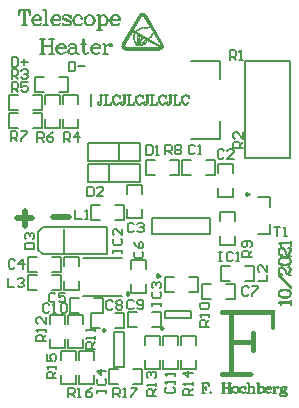
<source format=gto>
G04*
G04 #@! TF.GenerationSoftware,Altium Limited,Altium Designer,21.7.2 (23)*
G04*
G04 Layer_Color=65535*
%FSLAX25Y25*%
%MOIN*%
G70*
G04*
G04 #@! TF.SameCoordinates,A1ADA5E8-AEB3-433E-A02D-67FD1DACD288*
G04*
G04*
G04 #@! TF.FilePolarity,Positive*
G04*
G01*
G75*
%ADD10C,0.00984*%
%ADD11C,0.00787*%
%ADD12C,0.00600*%
%ADD13C,0.00800*%
%ADD14C,0.02000*%
G36*
X269190Y205464D02*
X269155Y205501D01*
X269116Y205548D01*
X269112Y205553D01*
X269104Y205565D01*
X269096Y205576D01*
X269088Y205588D01*
X269084Y205594D01*
X269078Y205603D01*
X269067Y205623D01*
X269055Y205643D01*
X269044Y205663D01*
X269039Y205673D01*
X269035Y205681D01*
X269028Y205697D01*
X269022Y205713D01*
X269015Y205729D01*
X269012Y205737D01*
X269010Y205745D01*
X269005Y205759D01*
X269001Y205773D01*
X268996Y205787D01*
X268994Y205794D01*
X268994Y205794D01*
X268982Y205844D01*
X268974Y205894D01*
X268969Y205945D01*
X268966Y205999D01*
X268967Y206049D01*
X268970Y206099D01*
X268976Y206151D01*
X268985Y206201D01*
X269000Y206257D01*
X269017Y206308D01*
X269020Y206316D01*
X269027Y206331D01*
X269033Y206346D01*
X269040Y206361D01*
X269043Y206368D01*
X269050Y206381D01*
X269065Y206406D01*
X269080Y206430D01*
X269095Y206454D01*
X269104Y206466D01*
X269108Y206471D01*
X269116Y206481D01*
X269125Y206492D01*
X269133Y206502D01*
X269137Y206507D01*
X269137Y206507D01*
X269177Y206549D01*
X269220Y206588D01*
X269262Y206622D01*
X269304Y206651D01*
X269349Y206677D01*
X269396Y206701D01*
X269446Y206721D01*
X269497Y206739D01*
X269545Y206754D01*
X269596Y206767D01*
X269648Y206778D01*
X269698Y206786D01*
X269749Y206793D01*
X269802Y206799D01*
X269857Y206804D01*
X269908Y206807D01*
X269960Y206808D01*
X270013Y206809D01*
X272174Y206809D01*
Y225841D01*
X270029D01*
X269974Y225842D01*
X269922Y225843D01*
X269871Y225846D01*
X269815Y225850D01*
X269762Y225855D01*
X269710Y225861D01*
X269660Y225869D01*
X269607Y225878D01*
X269556Y225890D01*
X269508Y225902D01*
X269457Y225918D01*
X269409Y225936D01*
X269360Y225957D01*
X269312Y225982D01*
X269269Y226008D01*
X269228Y226038D01*
X269186Y226076D01*
X269150Y226115D01*
X269146Y226120D01*
X269137Y226131D01*
X269128Y226142D01*
X269120Y226152D01*
X269115Y226158D01*
X269110Y226166D01*
X269099Y226182D01*
X269088Y226199D01*
X269077Y226215D01*
X269072Y226224D01*
X269066Y226234D01*
X269055Y226254D01*
X269044Y226275D01*
X269034Y226296D01*
X269030Y226307D01*
X269030D01*
X269027Y226314D01*
X269022Y226327D01*
X269017Y226341D01*
X269011Y226354D01*
X269009Y226361D01*
Y226361D01*
X268994Y226410D01*
X268983Y226460D01*
X268974Y226511D01*
X268969Y226565D01*
X268966Y226622D01*
X268967Y226673D01*
X268970Y226727D01*
X268978Y226782D01*
X268980Y226789D01*
X268983Y226804D01*
X268986Y226818D01*
X268989Y226833D01*
X268991Y226841D01*
X268992Y226847D01*
X268996Y226859D01*
X268999Y226872D01*
X269003Y226884D01*
X269005Y226890D01*
X269010Y226905D01*
X269021Y226933D01*
X269032Y226961D01*
X269045Y226988D01*
X269052Y227002D01*
X269056Y227008D01*
X269062Y227019D01*
X269069Y227031D01*
X269076Y227043D01*
X269079Y227049D01*
X269079Y227049D01*
X269108Y227092D01*
X269139Y227133D01*
X269174Y227172D01*
X269212Y227211D01*
X269250Y227246D01*
X269292Y227280D01*
X269335Y227307D01*
X269381Y227331D01*
X269428Y227351D01*
X269476Y227368D01*
X269527Y227383D01*
X269578Y227396D01*
X269627Y227406D01*
X269679Y227414D01*
X269729Y227421D01*
X269781Y227426D01*
X269836Y227431D01*
X269887Y227433D01*
X269944Y227436D01*
X269997Y227437D01*
X287589Y227437D01*
Y221948D01*
X287589Y221892D01*
X287587Y221840D01*
X287584Y221789D01*
X287580Y221733D01*
X287575Y221680D01*
X287568Y221628D01*
X287559Y221578D01*
X287549Y221525D01*
X287536Y221474D01*
X287522Y221426D01*
X287505Y221375D01*
X287486Y221327D01*
X287463Y221279D01*
X287436Y221231D01*
X287406Y221185D01*
X287374Y221145D01*
X287340Y221108D01*
X287303Y221073D01*
X287256Y221035D01*
X287250Y221030D01*
X287240Y221023D01*
X287228Y221015D01*
X287217Y221007D01*
X287212Y221003D01*
X287203Y220998D01*
X287187Y220988D01*
X287170Y220978D01*
X287153Y220969D01*
X287145Y220964D01*
X287145D01*
X287135Y220959D01*
X287113Y220949D01*
X287092Y220940D01*
X287071Y220932D01*
X287060Y220928D01*
X287053Y220926D01*
X287039Y220921D01*
X287026Y220917D01*
X287012Y220913D01*
X287005Y220911D01*
X287005Y220911D01*
X286957Y220900D01*
X286899Y220890D01*
X286849Y220886D01*
X286796Y220884D01*
X286741Y220885D01*
X286690Y220889D01*
X286634Y220897D01*
X286580Y220908D01*
X286572Y220910D01*
X286558Y220914D01*
X286544Y220918D01*
X286530Y220922D01*
X286523Y220924D01*
X286516Y220926D01*
X286504Y220930D01*
X286492Y220935D01*
X286480Y220939D01*
X286474Y220941D01*
X286456Y220949D01*
X286419Y220967D01*
X286384Y220986D01*
X286349Y221007D01*
X286332Y221018D01*
X286327Y221022D01*
X286317Y221029D01*
X286306Y221037D01*
X286296Y221045D01*
X286291Y221049D01*
X286291D01*
X286246Y221087D01*
X286206Y221128D01*
X286171Y221169D01*
X286140Y221212D01*
X286113Y221257D01*
X286089Y221304D01*
X286068Y221353D01*
X286050Y221400D01*
X286034Y221453D01*
X286021Y221503D01*
X286010Y221555D01*
X286000Y221609D01*
X285992Y221660D01*
X285986Y221713D01*
X285982Y221768D01*
X285979Y221819D01*
X285977Y221870D01*
X285976Y221924D01*
X285975Y225841D01*
X273769D01*
Y217541D01*
X279483D01*
Y219345D01*
X279484Y219400D01*
X279485Y219453D01*
X279488Y219504D01*
X279492Y219559D01*
X279498Y219613D01*
X279504Y219665D01*
X279513Y219715D01*
X279523Y219768D01*
X279536Y219819D01*
X279550Y219867D01*
X279567Y219918D01*
X279586Y219966D01*
X279609Y220014D01*
X279636Y220062D01*
X279666Y220108D01*
X279698Y220148D01*
X279736Y220188D01*
X279775Y220225D01*
X279781Y220229D01*
X279791Y220238D01*
X279802Y220247D01*
X279813Y220255D01*
X279819Y220259D01*
X279827Y220265D01*
X279843Y220276D01*
X279859Y220287D01*
X279876Y220298D01*
X279884Y220303D01*
X279894Y220309D01*
X279915Y220320D01*
X279936Y220331D01*
X279958Y220341D01*
X279968Y220346D01*
X279975Y220348D01*
X279989Y220354D01*
X280002Y220359D01*
X280015Y220364D01*
X280022Y220366D01*
X280022Y220366D01*
X280071Y220381D01*
X280121Y220392D01*
X280172Y220401D01*
X280226Y220406D01*
X280283Y220409D01*
X280337Y220408D01*
X280393Y220404D01*
X280449Y220396D01*
X280456Y220395D01*
X280470Y220392D01*
X280484Y220389D01*
X280498Y220386D01*
X280505Y220384D01*
X280511Y220382D01*
X280523Y220379D01*
X280535Y220375D01*
X280547Y220372D01*
X280553Y220370D01*
X280553D01*
X280572Y220363D01*
X280609Y220348D01*
X280645Y220332D01*
X280681Y220313D01*
X280698Y220303D01*
X280703Y220300D01*
X280714Y220293D01*
X280724Y220286D01*
X280735Y220279D01*
X280740Y220276D01*
X280740Y220276D01*
X280787Y220240D01*
X280829Y220203D01*
X280868Y220163D01*
X280901Y220124D01*
X280932Y220081D01*
X280959Y220036D01*
X280983Y219989D01*
X281005Y219939D01*
X281022Y219892D01*
X281038Y219840D01*
X281051Y219790D01*
X281063Y219738D01*
X281072Y219684D01*
X281080Y219632D01*
X281086Y219579D01*
X281090Y219525D01*
X281094Y219474D01*
X281096Y219422D01*
X281097Y219369D01*
X281097Y214141D01*
X281096Y214086D01*
X281095Y214034D01*
X281092Y213983D01*
X281088Y213927D01*
X281082Y213873D01*
X281075Y213822D01*
X281067Y213772D01*
X281056Y213719D01*
X281044Y213668D01*
X281030Y213619D01*
X281013Y213568D01*
X280994Y213520D01*
X280971Y213473D01*
X280944Y213424D01*
X280913Y213379D01*
X280881Y213338D01*
X280847Y213302D01*
X280811Y213267D01*
X280764Y213228D01*
X280758Y213224D01*
X280747Y213216D01*
X280736Y213208D01*
X280725Y213200D01*
X280719Y213197D01*
X280711Y213192D01*
X280695Y213182D01*
X280678Y213172D01*
X280661Y213162D01*
X280652Y213158D01*
X280642Y213153D01*
X280621Y213143D01*
X280600Y213134D01*
X280578Y213125D01*
X280568Y213121D01*
X280561Y213119D01*
X280547Y213115D01*
X280534Y213111D01*
X280520Y213106D01*
X280513Y213104D01*
X280513D01*
X280464Y213093D01*
X280406Y213084D01*
X280357Y213079D01*
X280303Y213077D01*
X280249Y213079D01*
X280198Y213083D01*
X280142Y213090D01*
X280087Y213101D01*
X280080Y213103D01*
X280066Y213107D01*
X280051Y213111D01*
X280037Y213115D01*
X280030Y213118D01*
X280024Y213120D01*
X280012Y213124D01*
X280000Y213128D01*
X279988Y213133D01*
X279982Y213135D01*
Y213135D01*
X279963Y213143D01*
X279927Y213160D01*
X279891Y213179D01*
X279857Y213200D01*
X279840Y213211D01*
X279835Y213215D01*
X279824Y213223D01*
X279814Y213231D01*
X279804Y213238D01*
X279799Y213242D01*
X279799Y213242D01*
X279754Y213281D01*
X279714Y213321D01*
X279678Y213363D01*
X279648Y213406D01*
X279621Y213451D01*
X279597Y213497D01*
X279575Y213547D01*
X279558Y213594D01*
X279542Y213646D01*
X279529Y213696D01*
X279517Y213748D01*
X279507Y213803D01*
X279500Y213854D01*
X279494Y213907D01*
X279489Y213962D01*
X279486Y214012D01*
X279484Y214064D01*
X279483Y214117D01*
X279483Y215945D01*
X273769D01*
Y206809D01*
X279236D01*
X279291Y206809D01*
X279344Y206807D01*
X279395Y206805D01*
X279450Y206800D01*
X279504Y206795D01*
X279556Y206788D01*
X279605Y206780D01*
X279659Y206769D01*
X279710Y206757D01*
X279758Y206743D01*
X279809Y206725D01*
X279857Y206706D01*
X279904Y206684D01*
X279953Y206657D01*
X279998Y206626D01*
X280039Y206594D01*
X280079Y206558D01*
X280114Y206523D01*
X280119Y206517D01*
X280129Y206506D01*
X280138Y206495D01*
X280147Y206484D01*
X280152Y206479D01*
X280163Y206464D01*
X280184Y206434D01*
X280203Y206402D01*
X280221Y206370D01*
X280229Y206353D01*
Y206353D01*
X280232Y206346D01*
X280238Y206333D01*
X280244Y206319D01*
X280249Y206306D01*
X280252Y206299D01*
X280252Y206299D01*
X280268Y206250D01*
X280282Y206194D01*
X280291Y206139D01*
X280297Y206086D01*
X280299Y206036D01*
X280299Y205981D01*
X280295Y205927D01*
X280289Y205874D01*
X280278Y205820D01*
X280276Y205813D01*
X280272Y205798D01*
X280268Y205783D01*
X280263Y205767D01*
X280261Y205760D01*
X280258Y205751D01*
X280252Y205734D01*
X280245Y205716D01*
X280238Y205699D01*
X280234Y205691D01*
X280231Y205683D01*
X280224Y205668D01*
X280216Y205652D01*
X280208Y205637D01*
X280204Y205630D01*
X280200Y205624D01*
X280192Y205611D01*
X280184Y205598D01*
X280176Y205586D01*
X280172Y205579D01*
X280172Y205579D01*
X280142Y205538D01*
X280110Y205500D01*
X280074Y205462D01*
X280032Y205424D01*
X279992Y205393D01*
X279946Y205363D01*
X279902Y205339D01*
X279854Y205316D01*
X279805Y205296D01*
X279754Y205279D01*
X279705Y205266D01*
X279654Y205253D01*
X279601Y205243D01*
X279551Y205235D01*
X279499Y205228D01*
X279445Y205223D01*
X279389Y205218D01*
X279338Y205216D01*
X279286Y205214D01*
X270029Y205214D01*
X269974Y205215D01*
X269922Y205216D01*
X269871Y205219D01*
X269815Y205223D01*
X269762Y205228D01*
X269710Y205235D01*
X269660Y205244D01*
X269607Y205254D01*
X269556Y205267D01*
X269508Y205281D01*
X269457Y205298D01*
X269409Y205317D01*
X269361Y205340D01*
X269313Y205367D01*
X269267Y205397D01*
X269227Y205430D01*
X269190Y205464D01*
D02*
G37*
G36*
X243562Y326554D02*
X243712Y326521D01*
X243878Y326471D01*
X244061Y326388D01*
X244245Y326288D01*
X244428Y326138D01*
X244445Y326121D01*
X244478Y326088D01*
X244528Y326021D01*
X244578Y325971D01*
X244595Y325954D01*
X244628Y325904D01*
X244678Y325821D01*
X244728Y325738D01*
X244745Y325688D01*
X250209Y316225D01*
X250226Y316208D01*
X250259Y316142D01*
X250292Y316042D01*
X250342Y315925D01*
X250376Y315758D01*
X250392Y315575D01*
Y315375D01*
X250359Y315159D01*
Y315142D01*
X250342Y315092D01*
X250326Y315025D01*
X250292Y314926D01*
Y314909D01*
X250259Y314859D01*
X250226Y314759D01*
Y314626D01*
X250159D01*
X250226Y314759D01*
X250209Y314742D01*
X250159Y314659D01*
X250093Y314559D01*
X249976Y314442D01*
X249843Y314309D01*
X249693Y314192D01*
X249493Y314076D01*
X249293Y313993D01*
X249259D01*
X249209Y313976D01*
X249126Y313959D01*
X249076Y313943D01*
X249060D01*
X249010Y313926D01*
X248943D01*
X248843Y313909D01*
X237781D01*
X237664Y313926D01*
X237514Y313959D01*
X237331Y314009D01*
X237148Y314092D01*
X236964Y314192D01*
X236781Y314326D01*
X236765Y314342D01*
X236715Y314392D01*
X236665Y314442D01*
X236614Y314509D01*
X236598Y314526D01*
X236564Y314559D01*
X236531Y314592D01*
X236515Y314609D01*
X236448D01*
Y314742D01*
X236431Y314759D01*
X236415Y314826D01*
X236365Y314926D01*
X236331Y315059D01*
X236298Y315209D01*
X236265Y315392D01*
Y315609D01*
X236298Y315825D01*
X236315Y315858D01*
X236331Y315908D01*
X236348Y315975D01*
X236365Y316025D01*
Y316042D01*
X236381Y316075D01*
X236415Y316142D01*
X236448Y316225D01*
Y316242D01*
X236465Y316275D01*
X236481Y316308D01*
Y316325D01*
X236498Y316342D01*
X236515Y316358D01*
Y316375D01*
X236531D01*
X241996Y325821D01*
Y325838D01*
X242029Y325854D01*
X242112Y325954D01*
X242179Y326004D01*
X242262Y326054D01*
X242362Y326088D01*
X242394Y326092D01*
X242412Y326138D01*
X242479Y326271D01*
X242529Y326338D01*
X242562Y326371D01*
X242579Y326388D01*
X242629Y326404D01*
X242695Y326437D01*
X242779Y326471D01*
X242895Y326504D01*
X243029Y326537D01*
X243179Y326571D01*
X243428D01*
X243562Y326554D01*
D02*
G37*
%LPC*%
G36*
X243145Y325455D02*
Y325271D01*
Y325255D01*
X243129Y325238D01*
X243095Y325221D01*
X243045Y325188D01*
X243012Y325171D01*
X242945Y325138D01*
X242962D01*
X242945Y325121D01*
X242929Y325105D01*
X242879Y325038D01*
X242829Y324955D01*
X240413Y320873D01*
X240979Y320540D01*
Y320556D01*
X240996Y320573D01*
X241063Y320640D01*
X241113Y320690D01*
X241179Y320740D01*
X241196Y320757D01*
X241246Y320806D01*
X241346Y320873D01*
X241463Y320956D01*
X241479Y320973D01*
X241546Y321006D01*
X241563D01*
X241579Y321023D01*
X241663Y321073D01*
X241696Y321090D01*
X241762Y321123D01*
X241829Y321173D01*
X241896Y321206D01*
X241912Y321223D01*
X241979Y321273D01*
X242079Y321323D01*
X242196Y321406D01*
X242329Y321490D01*
X242479Y321573D01*
X242645Y321656D01*
X242795Y321723D01*
X242812D01*
X242879Y321739D01*
X242962Y321773D01*
X243079Y321789D01*
X243229Y321806D01*
X243395Y321823D01*
X243578Y321839D01*
X244078D01*
X244128Y321823D01*
X244212D01*
X244395Y321806D01*
X244711D01*
X244795Y321823D01*
X244895Y321839D01*
X245011Y321856D01*
X245161Y321889D01*
X245311Y321923D01*
X245578Y322073D01*
X243878Y324888D01*
X243862Y324905D01*
X243828Y324955D01*
X243795Y325005D01*
X243778Y325055D01*
X243762Y325071D01*
X243678Y325138D01*
X243662Y325155D01*
X243612Y325205D01*
X243562Y325255D01*
X243528Y325271D01*
X243145Y325455D01*
D02*
G37*
G36*
X245694Y321756D02*
X245678Y321623D01*
X245211Y321373D01*
X245194D01*
X245178Y321356D01*
X245128Y321340D01*
X245061Y321306D01*
X244878Y321273D01*
X244645Y321240D01*
X244245D01*
X244012Y321256D01*
X243995Y321273D01*
X243962Y321290D01*
X243862Y321373D01*
X243712Y321506D01*
X243578Y321639D01*
X243562Y321623D01*
X243528Y321589D01*
X243478Y321523D01*
X243395Y321456D01*
X243212Y321290D01*
X243095Y321223D01*
X242979Y321173D01*
X242962D01*
X242929Y321156D01*
X242862Y321123D01*
X242762Y321090D01*
X242662Y321023D01*
X242529Y320956D01*
X242395Y320873D01*
X242246Y320757D01*
X242229Y320740D01*
X242179Y320707D01*
X242079Y320656D01*
X241946Y320573D01*
X241912Y320556D01*
X241862Y320523D01*
X241779Y320473D01*
X241762Y320457D01*
X241696Y320423D01*
X241613Y320373D01*
X241513Y320290D01*
X241496Y320273D01*
X241479D01*
X241445Y320262D01*
X245144Y318158D01*
X245161D01*
X245194Y318174D01*
X245244Y318208D01*
X245328Y318257D01*
X245428Y318341D01*
X245561Y318424D01*
X245694Y318557D01*
X245861Y318724D01*
X245878Y318741D01*
X245894Y318774D01*
X245977Y318857D01*
X245994Y318891D01*
X246061Y318957D01*
X246077Y318974D01*
X246094Y319024D01*
X246144Y319124D01*
X246177Y319190D01*
X246211Y319274D01*
Y319290D01*
X246227Y319307D01*
X246261Y319424D01*
X246327Y319557D01*
X246411Y319724D01*
X246427Y319757D01*
X246477Y319824D01*
X246544Y319907D01*
X246644Y320023D01*
X246660Y320040D01*
X246677Y320057D01*
X246710Y320073D01*
X246727Y320057D01*
X245694Y321756D01*
D02*
G37*
G36*
X242179Y318874D02*
X242162Y318841D01*
X242146Y318857D01*
X242129Y318841D01*
X242096Y318807D01*
X242079Y318757D01*
X242062Y318741D01*
X242046Y318641D01*
X242039Y318601D01*
X242046Y318607D01*
X242062Y318641D01*
X242112Y318707D01*
X242146Y318774D01*
X242179Y318841D01*
Y318874D01*
D02*
G37*
G36*
X242596Y318624D02*
X242579Y318607D01*
X242562D01*
X242629Y318541D01*
Y318574D01*
Y318591D01*
Y318607D01*
X242596Y318624D01*
D02*
G37*
G36*
X243245Y318259D02*
X243245Y318257D01*
X243262Y318224D01*
X243279Y318191D01*
Y318185D01*
X243312Y318208D01*
X243362Y318191D01*
X243245Y318259D01*
D02*
G37*
G36*
X242039Y318601D02*
X241996Y318557D01*
X241946Y318474D01*
X241929Y318424D01*
Y318407D01*
Y318374D01*
X241962Y318274D01*
X241979Y318191D01*
X242012Y318108D01*
Y318091D01*
X242029Y318041D01*
Y317941D01*
X242046Y317824D01*
X242062Y317758D01*
Y317741D01*
X242077Y317812D01*
X242062Y317891D01*
X242046Y317974D01*
X242029Y318041D01*
Y318108D01*
Y318124D01*
Y318158D01*
Y318274D01*
Y318291D01*
Y318324D01*
Y318441D01*
Y318474D01*
Y318541D01*
X242039Y318601D01*
D02*
G37*
G36*
X242629Y318541D02*
X242612Y318441D01*
Y318424D01*
Y318391D01*
Y318274D01*
Y318158D01*
Y318124D01*
Y318108D01*
Y318091D01*
Y318024D01*
Y317941D01*
X242629Y317874D01*
X242645Y317858D01*
X242662Y317774D01*
X242679Y317741D01*
Y317724D01*
X242684Y317709D01*
X242762Y317774D01*
X242862Y317841D01*
X242845D01*
X242812Y317858D01*
X242779Y317891D01*
X242762Y317941D01*
X242745Y317958D01*
X242712Y318008D01*
X242695Y318041D01*
X242679Y318108D01*
X242662Y318208D01*
X242645Y318341D01*
Y318357D01*
Y318424D01*
X242662Y318474D01*
X242679Y318491D01*
X242629Y318541D01*
D02*
G37*
G36*
X242096Y317874D02*
Y317858D01*
X242079Y317824D01*
X242077Y317812D01*
X242096Y317708D01*
Y317624D01*
Y317558D01*
Y317524D01*
X242079Y317458D01*
X242062Y317358D01*
Y317241D01*
X242046D01*
X242029Y317225D01*
X241966Y317209D01*
X242029Y317158D01*
X242096Y317058D01*
X242146Y316941D01*
X242129Y316991D01*
X242112Y317025D01*
Y317075D01*
X242096Y317158D01*
Y317258D01*
X242112Y317241D01*
X242162Y317208D01*
X242196Y317175D01*
X242229Y317125D01*
X242237D01*
X242262Y317175D01*
X242329Y317241D01*
X242312Y317258D01*
X242262Y317308D01*
X242212Y317391D01*
X242146Y317524D01*
Y317541D01*
X242162Y317558D01*
X242179Y317641D01*
Y317691D01*
Y317758D01*
X242146Y317808D01*
X242096Y317874D01*
D02*
G37*
G36*
X243745Y317908D02*
X243728Y317891D01*
X243678Y317841D01*
X243595Y317758D01*
X243445Y317641D01*
X243428D01*
X243412Y317608D01*
X243312Y317524D01*
X243179Y317391D01*
X243029Y317241D01*
X243012Y317225D01*
X242962Y317175D01*
X242895Y317091D01*
X242829Y316991D01*
X242745Y316891D01*
X242725Y316856D01*
X242729Y316858D01*
X242745Y316875D01*
X242829D01*
X242895Y316891D01*
X242945D01*
X243045Y316908D01*
X243362D01*
X243378Y316891D01*
X243439Y316879D01*
X243462Y316925D01*
X243512Y317008D01*
Y317025D01*
X243528Y317058D01*
X243595Y317158D01*
X243695Y317274D01*
X243828Y317408D01*
X243845Y317425D01*
X243878Y317458D01*
X243962Y317508D01*
X244028Y317558D01*
X244111Y317608D01*
X244128D01*
X244145Y317624D01*
X244212Y317658D01*
X244230D01*
X243745Y317908D01*
D02*
G37*
G36*
X244395Y316908D02*
Y316891D01*
X244411Y316875D01*
X244395Y316908D01*
D02*
G37*
G36*
X244328Y317075D02*
X244311D01*
Y317058D01*
X244295Y317041D01*
X244178Y316958D01*
X244162Y316941D01*
X244128Y316908D01*
X244107Y316880D01*
X244128Y316875D01*
X244262Y316858D01*
X244385Y316846D01*
X244395Y316875D01*
Y316891D01*
X244378Y316908D01*
X244361Y316941D01*
X244345Y316958D01*
X244311Y317008D01*
Y317058D01*
X244328Y317075D01*
D02*
G37*
G36*
X244061Y316891D02*
X243995D01*
X244012Y316875D01*
Y316858D01*
X244028D01*
X244012Y316775D01*
Y316741D01*
X244078Y316841D01*
X244107Y316880D01*
X244061Y316891D01*
D02*
G37*
G36*
X241113Y316758D02*
X241013D01*
X240979Y316741D01*
X241121D01*
X241113Y316758D01*
D02*
G37*
G36*
X243362Y316458D02*
X243345D01*
X243328Y316441D01*
X243362D01*
Y316458D01*
D02*
G37*
G36*
X240963Y319590D02*
Y319574D01*
Y319557D01*
X240946Y319507D01*
X240930Y319457D01*
X240896Y319374D01*
X240846Y319274D01*
X240796Y319157D01*
Y319140D01*
X240779Y319124D01*
X240729Y319024D01*
X240696Y318940D01*
X240680Y318907D01*
X240663Y318891D01*
Y318857D01*
Y318807D01*
Y318757D01*
Y318674D01*
X240680Y318574D01*
X240696Y318474D01*
X240729Y318341D01*
X240746Y318324D01*
X240763Y318274D01*
X240779Y318208D01*
X240796Y318124D01*
Y318108D01*
Y318074D01*
X240813Y317991D01*
X240829Y317924D01*
X240846Y317841D01*
X240863Y317724D01*
X240880Y317608D01*
Y317591D01*
Y317558D01*
X240896Y317508D01*
Y317441D01*
X240930Y317308D01*
X240946Y317175D01*
X240963Y317141D01*
X240979Y317075D01*
X241029Y316958D01*
X241096Y316808D01*
Y316791D01*
X241113Y316758D01*
X241196D01*
X241263Y316741D01*
X241346Y316708D01*
X241429Y316675D01*
X241529Y316608D01*
X241629Y316508D01*
X241677Y316441D01*
X241663Y316492D01*
X241629Y316625D01*
X241579Y316791D01*
Y316825D01*
X241563Y316858D01*
X241546Y316941D01*
X241529Y316975D01*
X241513Y317008D01*
X241496Y317058D01*
Y317075D01*
Y317091D01*
X241479Y317141D01*
Y317158D01*
Y317191D01*
Y317208D01*
Y317241D01*
Y317291D01*
Y317358D01*
X241496Y317508D01*
X241529Y317691D01*
Y317724D01*
X241513Y317758D01*
X241479Y317841D01*
Y317858D01*
X241463Y317924D01*
X241429Y318008D01*
X241413Y318108D01*
X241363Y318341D01*
X241346Y318441D01*
Y318524D01*
Y318557D01*
X241379Y318641D01*
X241446Y318757D01*
X241529Y318891D01*
Y318907D01*
X241546Y318924D01*
X241596Y318990D01*
X241646Y319057D01*
X241663Y319074D01*
X240963Y319590D01*
D02*
G37*
G36*
X243900Y316408D02*
X243862D01*
X243828Y316391D01*
X243812D01*
Y316375D01*
X243828Y316358D01*
X243845D01*
X243856Y316353D01*
X243845Y316342D01*
X243812D01*
X243778Y316358D01*
X243662D01*
X243678Y316342D01*
X243728Y316325D01*
X243778Y316292D01*
X243828Y316275D01*
X243845D01*
X243828Y316258D01*
Y316242D01*
X243845Y316258D01*
X243862Y316275D01*
X243845D01*
X243862Y316292D01*
X243878D01*
Y316308D01*
X243895Y316325D01*
Y316342D01*
X243878D01*
X243856Y316353D01*
X243895Y316391D01*
X243900Y316408D01*
D02*
G37*
G36*
X244461Y316292D02*
X244445D01*
Y316289D01*
X244461Y316292D01*
D02*
G37*
G36*
X241677Y316441D02*
X241696Y316375D01*
X241712Y316308D01*
X241729Y316258D01*
Y316208D01*
Y316192D01*
X241696Y316125D01*
X241663Y316075D01*
X241613Y316025D01*
X241596Y316008D01*
X241646D01*
X241746Y316025D01*
X241896D01*
Y316042D01*
X241879Y316075D01*
Y316092D01*
X241846Y316175D01*
X241796Y316258D01*
X241762Y316325D01*
X241746Y316342D01*
X241729Y316375D01*
X241712Y316391D01*
X241677Y316441D01*
D02*
G37*
G36*
X243245Y316458D02*
X243129D01*
X243079Y316441D01*
X242995D01*
X242945Y316425D01*
X242929D01*
X242895Y316408D01*
X242862D01*
X242845Y316391D01*
X242795D01*
X242762Y316375D01*
X242679Y316308D01*
Y316292D01*
X242662Y316275D01*
X242645Y316208D01*
X242629Y316175D01*
X242612Y316125D01*
Y316108D01*
X242629Y316075D01*
X242662Y316042D01*
X242695Y315992D01*
X242879D01*
X242912Y316008D01*
X242929D01*
X242945Y316025D01*
X242979Y316058D01*
X242995Y316075D01*
X243045Y316108D01*
X243112Y316175D01*
X243195Y316292D01*
Y316308D01*
X243212Y316325D01*
X243279Y316391D01*
X243328Y316441D01*
X243245Y316458D01*
D02*
G37*
G36*
X241113Y316641D02*
X241079Y316575D01*
X241063Y316508D01*
Y316391D01*
X241096Y316325D01*
X241113Y316292D01*
X241129D01*
X241196Y316275D01*
X241246Y316225D01*
X241279Y316175D01*
X241296Y316158D01*
X241313Y316108D01*
X241329Y316092D01*
X241346Y316075D01*
X241363Y316058D01*
X241396Y315975D01*
X241413Y315958D01*
Y315942D01*
Y315925D01*
Y315892D01*
X241396Y315875D01*
Y315858D01*
Y315808D01*
Y315792D01*
X241413Y315892D01*
X241446Y315942D01*
X241479Y315958D01*
X241496D01*
X241463Y315975D01*
X241429Y316008D01*
X241413Y316025D01*
X241396Y316042D01*
X241379Y316075D01*
X241346Y316125D01*
X241296Y316275D01*
X241279Y316325D01*
X241263Y316391D01*
X241246Y316425D01*
Y316441D01*
X241113Y316641D01*
D02*
G37*
G36*
X246975Y319527D02*
X246960Y319507D01*
X246894Y319424D01*
X246860Y319357D01*
X246827Y319257D01*
X246761Y319140D01*
Y319124D01*
X246744Y319091D01*
X246727Y319024D01*
X246694Y318940D01*
X246627Y318791D01*
X246594Y318707D01*
X246544Y318641D01*
Y318624D01*
X246511Y318591D01*
X246427Y318474D01*
X246411Y318457D01*
X246377Y318424D01*
X246277Y318307D01*
X246261Y318291D01*
X246211Y318241D01*
X246127Y318174D01*
X246011Y318091D01*
X245894Y318008D01*
X245778Y317924D01*
X245661Y317874D01*
X245544Y317841D01*
X249110Y315787D01*
Y315808D01*
Y315825D01*
Y315842D01*
X249093Y315858D01*
X249060Y315925D01*
X249010Y316025D01*
X248993D01*
X246975Y319527D01*
D02*
G37*
G36*
X239997Y320107D02*
X237647Y315975D01*
Y315958D01*
X237631Y315925D01*
X237614Y315875D01*
X237597Y315867D01*
Y315858D01*
X237581Y315825D01*
X237564Y315758D01*
Y315725D01*
X237547Y315658D01*
X237564Y315575D01*
X237581Y315492D01*
X237597D01*
X237614Y315475D01*
X237631Y315409D01*
X237681Y315359D01*
X237714Y315309D01*
Y315292D01*
X237747Y315259D01*
X237781Y315242D01*
X237864Y315192D01*
X237981Y315125D01*
X238131Y315109D01*
X248626D01*
X248647Y315115D01*
X244828Y317282D01*
Y317274D01*
X244845Y317258D01*
X244861Y317225D01*
X244911Y317141D01*
X244961Y317025D01*
X244978Y316875D01*
Y316858D01*
X244961Y316791D01*
X244945Y316708D01*
X244911Y316592D01*
X244895Y316575D01*
X244861Y316492D01*
X244828Y316458D01*
X244795Y316425D01*
X244728Y316391D01*
X244661Y316358D01*
X244561Y316308D01*
X244461Y316292D01*
Y316258D01*
Y316225D01*
X244445Y316175D01*
Y316142D01*
X244428Y316108D01*
X244395Y316042D01*
Y316025D01*
X244378Y316008D01*
X244328Y315942D01*
X244311D01*
X244262Y315925D01*
X244212Y315908D01*
X244145Y315875D01*
X244078Y315858D01*
X244012Y315842D01*
X243978Y315825D01*
X243962D01*
X243978Y315808D01*
X243995Y315758D01*
X243978Y315742D01*
X243945Y315725D01*
X243878Y315708D01*
X243745D01*
X243662Y315725D01*
X243562Y315758D01*
X243528Y315792D01*
X243512Y315825D01*
Y315808D01*
X243478Y315758D01*
X243428Y315692D01*
X243345Y315609D01*
X243328D01*
X243295Y315575D01*
X243229Y315542D01*
X243145Y315492D01*
X243129D01*
X243079Y315459D01*
X243012Y315442D01*
X242945Y315425D01*
X242612D01*
X242512Y315459D01*
X242395Y315509D01*
X242279Y315592D01*
X242262Y315609D01*
X242246Y315642D01*
X242196Y315692D01*
X242153Y315763D01*
X242079Y315675D01*
X241979Y315575D01*
X241962Y315559D01*
X241912Y315525D01*
X241829Y315492D01*
X241746Y315442D01*
X241729D01*
X241663Y315425D01*
X241563Y315409D01*
X241446Y315392D01*
X241396D01*
X241346Y315409D01*
X241296Y315425D01*
X241146Y315492D01*
X241063Y315559D01*
X240996Y315625D01*
Y315642D01*
X240963Y315658D01*
X240930Y315708D01*
X240896Y315775D01*
X240846Y315875D01*
X240796Y315992D01*
X240729Y316125D01*
X240680Y316275D01*
Y316292D01*
Y316308D01*
X240663Y316325D01*
Y316342D01*
Y316358D01*
X240646Y316391D01*
X240613Y316492D01*
X240580Y316558D01*
X240546Y316641D01*
Y316658D01*
X240530Y316691D01*
X240480Y316791D01*
X240430Y316908D01*
X240396Y317041D01*
Y317058D01*
X240363Y317141D01*
X240346Y317191D01*
Y317274D01*
X240330Y317374D01*
X240313Y317491D01*
Y317508D01*
Y317558D01*
X240296Y317624D01*
X240280Y317691D01*
X240263Y317874D01*
X240246Y317958D01*
X240230Y318024D01*
X240213D01*
Y318041D01*
Y318057D01*
X240196Y318124D01*
Y318158D01*
X240180Y318224D01*
X240146Y318324D01*
X240130Y318457D01*
X240080Y318741D01*
Y318874D01*
X240096Y318974D01*
X240113Y319007D01*
X240130Y319074D01*
X240180Y319174D01*
X240246Y319290D01*
Y319307D01*
X240280Y319357D01*
X240296Y319424D01*
X240330Y319507D01*
X240396Y319674D01*
X240413Y319740D01*
X240430Y319790D01*
X239997Y320107D01*
D02*
G37*
%LPD*%
D10*
X250238Y221450D02*
X249500Y221876D01*
Y221024D01*
X250238Y221450D01*
X278679Y266121D02*
X277941Y266547D01*
Y265695D01*
X278679Y266121D01*
X248976Y238954D02*
X248238Y239380D01*
Y238528D01*
X248976Y238954D01*
X238760Y232988D02*
X238022Y233414D01*
Y232562D01*
X238760Y232988D01*
X230962Y220877D02*
X230223Y221303D01*
Y220450D01*
X230962Y220877D01*
D11*
X250785Y233376D02*
Y238376D01*
X253785D01*
X250785Y233376D02*
X253785D01*
X258785Y238376D02*
X261785D01*
X258785Y233376D02*
X261785D01*
Y238376D01*
X216916Y288176D02*
X221916D01*
X216916D02*
Y291176D01*
X221916Y288176D02*
Y291176D01*
X216916Y296176D02*
Y299176D01*
X221916Y296176D02*
Y299176D01*
X216916D02*
X221916D01*
X198804Y288167D02*
Y293167D01*
X201804D01*
X198804Y288167D02*
X201804D01*
X206804Y293167D02*
X209805D01*
X206804Y288167D02*
X209805D01*
Y293167D01*
X218431Y300122D02*
Y305122D01*
X215431Y300122D02*
X218431D01*
X215431Y305122D02*
X218431D01*
X207431Y300122D02*
X210431D01*
X207431Y305122D02*
X210431D01*
X207431Y300122D02*
Y305122D01*
X210901Y288068D02*
X215901D01*
X210901D02*
Y291068D01*
X215901Y288068D02*
Y291068D01*
X210901Y296068D02*
Y299068D01*
X215901Y296068D02*
Y299068D01*
X210901D02*
X215901D01*
X198949Y294112D02*
Y299112D01*
X201949D01*
X198949Y294112D02*
X201949D01*
X206949Y299112D02*
X209949D01*
X206949Y294112D02*
X209949D01*
Y299112D01*
X250927Y224698D02*
X259588D01*
X250927Y227060D02*
X259588D01*
X250927Y224698D02*
Y227060D01*
X259588Y224698D02*
Y227060D01*
X285687Y252932D02*
Y256278D01*
X281750Y252932D02*
X285687D01*
Y261790D02*
Y265137D01*
X281750D02*
X285687D01*
X226000Y257500D02*
Y262500D01*
X229000D01*
X226000Y257500D02*
X229000D01*
X234000Y262500D02*
X237000D01*
X234000Y257500D02*
X237000D01*
Y262500D01*
X246329Y252809D02*
X265640D01*
Y258155D01*
X246329D02*
X265640D01*
X246329Y252809D02*
Y258155D01*
X205000Y234000D02*
Y239000D01*
X208000D01*
X205000Y234000D02*
X208000D01*
X213000Y239000D02*
X216000D01*
X213000Y234000D02*
X216000D01*
Y239000D01*
X205000Y245000D02*
X208000D01*
X205000Y240000D02*
Y245000D01*
Y240000D02*
X208000D01*
X213000D02*
X216000D01*
Y245000D01*
X213000D02*
X216000D01*
X269500Y237000D02*
Y242000D01*
X272500D01*
X269500Y237000D02*
X272500D01*
X277500Y242000D02*
X280500D01*
X277500Y237000D02*
X280500D01*
Y242000D01*
X271000Y231000D02*
X274000D01*
Y236000D01*
X271000D02*
X274000D01*
X263000D02*
X266000D01*
X263000Y231000D02*
Y236000D01*
Y231000D02*
X266000D01*
X226000Y221500D02*
Y226500D01*
X229000D01*
X226000Y221500D02*
X229000D01*
X234000Y226500D02*
X237000D01*
X234000Y221500D02*
X237000D01*
Y226500D01*
X269000Y249000D02*
X274000D01*
X269000D02*
Y252000D01*
X274000Y249000D02*
Y252000D01*
X269000Y257000D02*
Y260000D01*
X274000Y257000D02*
Y260000D01*
X269000D02*
X274000D01*
X292500Y278000D02*
Y310500D01*
X277500D02*
X292500D01*
X277500Y278000D02*
Y310500D01*
Y278000D02*
X292500D01*
X268500Y265000D02*
Y268000D01*
Y265000D02*
X273500D01*
Y268000D01*
Y273000D02*
Y276000D01*
X268500D02*
X273500D01*
X268500Y273000D02*
Y276000D01*
X256484Y277482D02*
X259484D01*
X256484Y272482D02*
Y277482D01*
Y272482D02*
X259484D01*
X264484D02*
X267484D01*
Y277482D01*
X264484D02*
X267484D01*
X243000Y266000D02*
Y269000D01*
X238000D02*
X243000D01*
X238000Y266000D02*
Y269000D01*
Y258000D02*
Y261000D01*
Y258000D02*
X243000D01*
Y261000D01*
X244484Y272482D02*
Y277482D01*
X247484D01*
X244484Y272482D02*
X247484D01*
X252484Y277482D02*
X255484D01*
X252484Y272482D02*
X255484D01*
Y277482D01*
X232000Y270000D02*
Y276000D01*
X225000Y270000D02*
X242500D01*
Y276000D01*
X225000D02*
X242500D01*
X225000Y270000D02*
Y276000D01*
X235500Y277000D02*
Y283000D01*
X225000D02*
X242500D01*
X225000Y277000D02*
Y283000D01*
Y277000D02*
X242500D01*
Y283000D01*
X259598Y310492D02*
X269047D01*
Y304587D02*
Y310492D01*
X226134Y295532D02*
Y299468D01*
X259598Y284508D02*
X269047D01*
Y290413D01*
X239500Y233000D02*
Y236000D01*
Y233000D02*
X244500D01*
Y236000D01*
Y241000D02*
Y244000D01*
X239500D02*
X244500D01*
X239500Y241000D02*
Y244000D01*
X223583Y244799D02*
X236417D01*
X223583Y232201D02*
X236417D01*
X219000Y231500D02*
X222000D01*
X219000Y226500D02*
Y231500D01*
Y226500D02*
X222000D01*
X227000D02*
X230000D01*
Y231500D01*
X227000D02*
X230000D01*
X246500Y221700D02*
X249500D01*
Y226699D01*
X246500D02*
X249500D01*
X238500D02*
X241500D01*
X238500Y221700D02*
Y226699D01*
Y221700D02*
X241500D01*
X210110Y246000D02*
X226000D01*
X208500Y247610D02*
X210110Y246000D01*
X208500Y247610D02*
Y253390D01*
X210110Y255000D02*
X225000D01*
X208500Y253390D02*
X210110Y255000D01*
X225000Y246000D02*
X231500D01*
X225000Y255000D02*
X231500D01*
Y246200D02*
Y254800D01*
X217000Y246500D02*
Y254500D01*
X244000Y207699D02*
X249000D01*
X244000D02*
Y210700D01*
X249000Y207699D02*
Y210700D01*
X244000Y215700D02*
Y218700D01*
X249000Y215700D02*
Y218700D01*
X244000D02*
X249000D01*
X255000Y215700D02*
Y218700D01*
X250000D02*
X255000D01*
X250000Y215700D02*
Y218700D01*
Y207699D02*
Y210700D01*
Y207699D02*
X255000D01*
Y210700D01*
X256000Y207699D02*
X261000D01*
X256000D02*
Y210700D01*
X261000Y207699D02*
Y210700D01*
X256000Y215700D02*
Y218700D01*
X261000Y215700D02*
Y218700D01*
X256000D02*
X261000D01*
X223500Y222699D02*
Y225699D01*
X218500D02*
X223500D01*
X218500Y222699D02*
Y225699D01*
Y214700D02*
Y217700D01*
Y214700D02*
X223500D01*
Y217700D01*
X212500Y214700D02*
X217500D01*
X212500D02*
Y217700D01*
X217500Y214700D02*
Y217700D01*
X212500Y222699D02*
Y225699D01*
X217500Y222699D02*
Y225699D01*
X212500D02*
X217500D01*
X233698Y220282D02*
X237241D01*
X233698Y208471D02*
X237241D01*
X233698D02*
Y220282D01*
X237241Y208471D02*
Y220282D01*
X232000Y202699D02*
Y207699D01*
X235000D01*
X232000Y202699D02*
X235000D01*
X240000Y207699D02*
X243000D01*
X240000Y202699D02*
X243000D01*
Y207699D01*
X222000Y202699D02*
X227000D01*
X222000D02*
Y205699D01*
X227000Y202699D02*
Y205699D01*
X222000Y210700D02*
Y213700D01*
X227000Y210700D02*
Y213700D01*
X222000D02*
X227000D01*
X216000D02*
X221000D01*
Y210700D02*
Y213700D01*
X216000Y210700D02*
Y213700D01*
X221000Y202699D02*
Y205699D01*
X216000Y202699D02*
Y205699D01*
Y202699D02*
X221000D01*
X222000Y242000D02*
Y245000D01*
X217000D02*
X222000D01*
X217000Y242000D02*
Y245000D01*
Y234000D02*
Y237000D01*
Y234000D02*
X222000D01*
Y237000D01*
D12*
X229628Y299116D02*
Y296526D01*
X229476Y296069D01*
X229171Y295917D01*
X228867D01*
X228562Y296069D01*
X228410Y296374D01*
Y296678D01*
X228562Y296831D01*
X228714Y296678D01*
X228562Y296526D01*
X229476Y299116D02*
Y296526D01*
X229324Y296069D01*
X229171Y295917D01*
X229019Y299116D02*
X230085D01*
X231061D02*
Y295917D01*
X231213Y299116D02*
Y295917D01*
X230603Y299116D02*
X231670D01*
X230603Y295917D02*
X232889D01*
Y296831D01*
X232736Y295917D01*
X235479Y298659D02*
X235631Y298202D01*
Y299116D01*
X235479Y298659D01*
X235174Y298964D01*
X234717Y299116D01*
X234412D01*
X233955Y298964D01*
X233650Y298659D01*
X233498Y298354D01*
X233346Y297897D01*
Y297135D01*
X233498Y296678D01*
X233650Y296374D01*
X233955Y296069D01*
X234412Y295917D01*
X234717D01*
X235174Y296069D01*
X235479Y296374D01*
X235631Y296678D01*
X234412Y299116D02*
X234107Y298964D01*
X233803Y298659D01*
X233650Y298354D01*
X233498Y297897D01*
Y297135D01*
X233650Y296678D01*
X233803Y296374D01*
X234107Y296069D01*
X234412Y295917D01*
X237307Y299116D02*
Y296526D01*
X237154Y296069D01*
X236850Y295917D01*
X236545D01*
X236240Y296069D01*
X236088Y296374D01*
Y296678D01*
X236240Y296831D01*
X236393Y296678D01*
X236240Y296526D01*
X237154Y299116D02*
Y296526D01*
X237002Y296069D01*
X236850Y295917D01*
X236697Y299116D02*
X237764D01*
X238739D02*
Y295917D01*
X238891Y299116D02*
Y295917D01*
X238282Y299116D02*
X239348D01*
X238282Y295917D02*
X240567D01*
Y296831D01*
X240415Y295917D01*
X243157Y298659D02*
X243309Y298202D01*
Y299116D01*
X243157Y298659D01*
X242852Y298964D01*
X242395Y299116D01*
X242091D01*
X241633Y298964D01*
X241329Y298659D01*
X241176Y298354D01*
X241024Y297897D01*
Y297135D01*
X241176Y296678D01*
X241329Y296374D01*
X241633Y296069D01*
X242091Y295917D01*
X242395D01*
X242852Y296069D01*
X243157Y296374D01*
X243309Y296678D01*
X242091Y299116D02*
X241786Y298964D01*
X241481Y298659D01*
X241329Y298354D01*
X241176Y297897D01*
Y297135D01*
X241329Y296678D01*
X241481Y296374D01*
X241786Y296069D01*
X242091Y295917D01*
X244985Y299116D02*
Y296526D01*
X244833Y296069D01*
X244528Y295917D01*
X244223D01*
X243919Y296069D01*
X243766Y296374D01*
Y296678D01*
X243919Y296831D01*
X244071Y296678D01*
X243919Y296526D01*
X244833Y299116D02*
Y296526D01*
X244680Y296069D01*
X244528Y295917D01*
X244376Y299116D02*
X245442D01*
X246417D02*
Y295917D01*
X246569Y299116D02*
Y295917D01*
X245960Y299116D02*
X247027D01*
X245960Y295917D02*
X248245D01*
Y296831D01*
X248093Y295917D01*
X250835Y298659D02*
X250988Y298202D01*
Y299116D01*
X250835Y298659D01*
X250531Y298964D01*
X250074Y299116D01*
X249769D01*
X249312Y298964D01*
X249007Y298659D01*
X248855Y298354D01*
X248702Y297897D01*
Y297135D01*
X248855Y296678D01*
X249007Y296374D01*
X249312Y296069D01*
X249769Y295917D01*
X250074D01*
X250531Y296069D01*
X250835Y296374D01*
X250988Y296678D01*
X249769Y299116D02*
X249464Y298964D01*
X249160Y298659D01*
X249007Y298354D01*
X248855Y297897D01*
Y297135D01*
X249007Y296678D01*
X249160Y296374D01*
X249464Y296069D01*
X249769Y295917D01*
X252663Y299116D02*
Y296526D01*
X252511Y296069D01*
X252206Y295917D01*
X251902D01*
X251597Y296069D01*
X251445Y296374D01*
Y296678D01*
X251597Y296831D01*
X251749Y296678D01*
X251597Y296526D01*
X252511Y299116D02*
Y296526D01*
X252359Y296069D01*
X252206Y295917D01*
X252054Y299116D02*
X253120D01*
X254096D02*
Y295917D01*
X254248Y299116D02*
Y295917D01*
X253639Y299116D02*
X254705D01*
X253639Y295917D02*
X255924D01*
Y296831D01*
X255771Y295917D01*
X258514Y298659D02*
X258666Y298202D01*
Y299116D01*
X258514Y298659D01*
X258209Y298964D01*
X257752Y299116D01*
X257447D01*
X256990Y298964D01*
X256685Y298659D01*
X256533Y298354D01*
X256381Y297897D01*
Y297135D01*
X256533Y296678D01*
X256685Y296374D01*
X256990Y296069D01*
X257447Y295917D01*
X257752D01*
X258209Y296069D01*
X258514Y296374D01*
X258666Y296678D01*
X257447Y299116D02*
X257142Y298964D01*
X256838Y298659D01*
X256685Y298354D01*
X256533Y297897D01*
Y297135D01*
X256685Y296678D01*
X256838Y296374D01*
X257142Y296069D01*
X257447Y295917D01*
X263451Y203028D02*
Y199829D01*
X263603Y203028D02*
Y199829D01*
X264517Y202114D02*
Y200895D01*
X262994Y203028D02*
X265432D01*
Y202114D01*
X265279Y203028D01*
X263603Y201505D02*
X264517D01*
X262994Y199829D02*
X264060D01*
X266026Y200134D02*
X265874Y199981D01*
X266026Y199829D01*
X266178Y199981D01*
X266026Y200134D01*
X270170Y203028D02*
Y199829D01*
X270322Y203028D02*
Y199829D01*
X272150Y203028D02*
Y199829D01*
X272303Y203028D02*
Y199829D01*
X269713Y203028D02*
X270779D01*
X271693D02*
X272760D01*
X270322Y201505D02*
X272150D01*
X269713Y199829D02*
X270779D01*
X271693D02*
X272760D01*
X274055Y201962D02*
X273598Y201809D01*
X273293Y201505D01*
X273141Y201048D01*
Y200743D01*
X273293Y200286D01*
X273598Y199981D01*
X274055Y199829D01*
X274359D01*
X274816Y199981D01*
X275121Y200286D01*
X275273Y200743D01*
Y201048D01*
X275121Y201505D01*
X274816Y201809D01*
X274359Y201962D01*
X274055D01*
X273750Y201809D01*
X273445Y201505D01*
X273293Y201048D01*
Y200743D01*
X273445Y200286D01*
X273750Y199981D01*
X274055Y199829D01*
X274359D02*
X274664Y199981D01*
X274969Y200286D01*
X275121Y200743D01*
Y201048D01*
X274969Y201505D01*
X274664Y201809D01*
X274359Y201962D01*
X277574Y201505D02*
X277421Y201352D01*
X277574Y201200D01*
X277726Y201352D01*
Y201505D01*
X277421Y201809D01*
X277117Y201962D01*
X276660D01*
X276203Y201809D01*
X275898Y201505D01*
X275746Y201048D01*
Y200743D01*
X275898Y200286D01*
X276203Y199981D01*
X276660Y199829D01*
X276964D01*
X277421Y199981D01*
X277726Y200286D01*
X276660Y201962D02*
X276355Y201809D01*
X276050Y201505D01*
X275898Y201048D01*
Y200743D01*
X276050Y200286D01*
X276355Y199981D01*
X276660Y199829D01*
X278671Y203028D02*
Y199829D01*
X278823Y203028D02*
Y199829D01*
Y201505D02*
X279128Y201809D01*
X279585Y201962D01*
X279889D01*
X280346Y201809D01*
X280499Y201505D01*
Y199829D01*
X279889Y201962D02*
X280194Y201809D01*
X280346Y201505D01*
Y199829D01*
X278214Y203028D02*
X278823D01*
X278214Y199829D02*
X279280D01*
X279889D02*
X280956D01*
X281824Y203028D02*
Y199829D01*
X281977Y203028D02*
Y199829D01*
Y201505D02*
X282281Y201809D01*
X282586Y201962D01*
X282891D01*
X283348Y201809D01*
X283652Y201505D01*
X283805Y201048D01*
Y200743D01*
X283652Y200286D01*
X283348Y199981D01*
X282891Y199829D01*
X282586D01*
X282281Y199981D01*
X281977Y200286D01*
X282891Y201962D02*
X283195Y201809D01*
X283500Y201505D01*
X283652Y201048D01*
Y200743D01*
X283500Y200286D01*
X283195Y199981D01*
X282891Y199829D01*
X281367Y203028D02*
X281977D01*
X284399Y201048D02*
X286227D01*
Y201352D01*
X286075Y201657D01*
X285923Y201809D01*
X285618Y201962D01*
X285161D01*
X284704Y201809D01*
X284399Y201505D01*
X284247Y201048D01*
Y200743D01*
X284399Y200286D01*
X284704Y199981D01*
X285161Y199829D01*
X285465D01*
X285923Y199981D01*
X286227Y200286D01*
X286075Y201048D02*
Y201505D01*
X285923Y201809D01*
X285161Y201962D02*
X284856Y201809D01*
X284551Y201505D01*
X284399Y201048D01*
Y200743D01*
X284551Y200286D01*
X284856Y199981D01*
X285161Y199829D01*
X287172Y201962D02*
Y199829D01*
X287324Y201962D02*
Y199829D01*
Y201048D02*
X287476Y201505D01*
X287781Y201809D01*
X288086Y201962D01*
X288543D01*
X288695Y201809D01*
Y201657D01*
X288543Y201505D01*
X288390Y201657D01*
X288543Y201809D01*
X286715Y201962D02*
X287324D01*
X286715Y199829D02*
X287781D01*
X290097Y201962D02*
X289792Y201809D01*
X289640Y201657D01*
X289487Y201352D01*
Y201048D01*
X289640Y200743D01*
X289792Y200591D01*
X290097Y200438D01*
X290402D01*
X290706Y200591D01*
X290859Y200743D01*
X291011Y201048D01*
Y201352D01*
X290859Y201657D01*
X290706Y201809D01*
X290402Y201962D01*
X290097D01*
X289792Y201809D02*
X289640Y201505D01*
Y200895D01*
X289792Y200591D01*
X290706D02*
X290859Y200895D01*
Y201505D01*
X290706Y201809D01*
X290859Y201657D02*
X291011Y201809D01*
X291316Y201962D01*
Y201809D01*
X291011D01*
X289640Y200743D02*
X289487Y200591D01*
X289335Y200286D01*
Y200134D01*
X289487Y199829D01*
X289945Y199677D01*
X290706D01*
X291163Y199524D01*
X291316Y199372D01*
X289335Y200134D02*
X289487Y199981D01*
X289945Y199829D01*
X290706D01*
X291163Y199677D01*
X291316Y199372D01*
Y199220D01*
X291163Y198915D01*
X290706Y198763D01*
X289792D01*
X289335Y198915D01*
X289183Y199220D01*
Y199372D01*
X289335Y199677D01*
X289792Y199829D01*
X217150Y283448D02*
Y286647D01*
X218750D01*
X219283Y286114D01*
Y285047D01*
X218750Y284514D01*
X217150D01*
X218217D02*
X219283Y283448D01*
X221949D02*
Y286647D01*
X220349Y285047D01*
X222482D01*
X199473Y283820D02*
Y287019D01*
X201073D01*
X201606Y286486D01*
Y285420D01*
X201073Y284886D01*
X199473D01*
X200540D02*
X201606Y283820D01*
X202672Y287019D02*
X204805D01*
Y286486D01*
X202672Y284353D01*
Y283820D01*
X199650Y304448D02*
Y307647D01*
X201249D01*
X201782Y307114D01*
Y306048D01*
X201249Y305514D01*
X199650D01*
X200716D02*
X201782Y304448D01*
X202849Y307114D02*
X203382Y307647D01*
X204448D01*
X204981Y307114D01*
Y306581D01*
X204448Y306048D01*
X203915D01*
X204448D01*
X204981Y305514D01*
Y304981D01*
X204448Y304448D01*
X203382D01*
X202849Y304981D01*
X208266Y283634D02*
Y286833D01*
X209866D01*
X210399Y286300D01*
Y285233D01*
X209866Y284700D01*
X208266D01*
X209332D02*
X210399Y283634D01*
X213598Y286833D02*
X212531Y286300D01*
X211465Y285233D01*
Y284167D01*
X211998Y283634D01*
X213065D01*
X213598Y284167D01*
Y284700D01*
X213065Y285233D01*
X211465D01*
X199705Y300153D02*
Y303352D01*
X201304D01*
X201837Y302819D01*
Y301753D01*
X201304Y301219D01*
X199705D01*
X200771D02*
X201837Y300153D01*
X205036Y303352D02*
X202904D01*
Y301753D01*
X203970Y302286D01*
X204503D01*
X205036Y301753D01*
Y300686D01*
X204503Y300153D01*
X203437D01*
X202904Y300686D01*
X265575Y221953D02*
X262376D01*
Y223552D01*
X262909Y224085D01*
X263976D01*
X264509Y223552D01*
Y221953D01*
Y223019D02*
X265575Y224085D01*
Y225152D02*
Y226218D01*
Y225685D01*
X262376D01*
X262909Y225152D01*
Y227817D02*
X262376Y228350D01*
Y229417D01*
X262909Y229950D01*
X265042D01*
X265575Y229417D01*
Y228350D01*
X265042Y227817D01*
X262909D01*
X218719Y310260D02*
Y307061D01*
X220319D01*
X220852Y307595D01*
Y309727D01*
X220319Y310260D01*
X218719D01*
X221918Y308661D02*
X224051D01*
X199659Y311727D02*
Y308528D01*
X201258D01*
X201792Y309061D01*
Y311193D01*
X201258Y311727D01*
X199659D01*
X202858Y310127D02*
X204991D01*
X203924Y311193D02*
Y309061D01*
X220949Y260863D02*
Y257664D01*
X223082D01*
X224148D02*
X225215D01*
X224681D01*
Y260863D01*
X224148Y260330D01*
X198473Y238188D02*
Y234989D01*
X200606D01*
X201672Y237655D02*
X202205Y238188D01*
X203272D01*
X203805Y237655D01*
Y237122D01*
X203272Y236589D01*
X202738D01*
X203272D01*
X203805Y236055D01*
Y235522D01*
X203272Y234989D01*
X202205D01*
X201672Y235522D01*
X227600Y214534D02*
X224400D01*
Y216134D01*
X224934Y216667D01*
X226000D01*
X226533Y216134D01*
Y214534D01*
Y215601D02*
X227600Y216667D01*
Y217733D02*
Y218800D01*
Y218267D01*
X224400D01*
X224934Y217733D01*
X227600Y220399D02*
Y221465D01*
Y220932D01*
X224400D01*
X224934Y220399D01*
X281642Y237094D02*
X284841D01*
Y239227D01*
Y242426D02*
Y240293D01*
X282709Y242426D01*
X282175D01*
X281642Y241893D01*
Y240826D01*
X282175Y240293D01*
X233401Y246501D02*
Y247568D01*
Y247035D01*
X236599D01*
Y246501D01*
Y247568D01*
X233934Y251300D02*
X233401Y250767D01*
Y249700D01*
X233934Y249167D01*
X236066D01*
X236599Y249700D01*
Y250767D01*
X236066Y251300D01*
X236599Y254499D02*
Y252366D01*
X234467Y254499D01*
X233934D01*
X233401Y253965D01*
Y252899D01*
X233934Y252366D01*
X204033Y247817D02*
X207232D01*
Y249416D01*
X206699Y249950D01*
X204566D01*
X204033Y249416D01*
Y247817D01*
X204566Y251016D02*
X204033Y251549D01*
Y252615D01*
X204566Y253149D01*
X205100D01*
X205633Y252615D01*
Y252082D01*
Y252615D01*
X206166Y253149D01*
X206699D01*
X207232Y252615D01*
Y251549D01*
X206699Y251016D01*
X287100Y255240D02*
X289232D01*
X288166D01*
Y252041D01*
X290299D02*
X291365D01*
X290832D01*
Y255240D01*
X290299Y254707D01*
X218499Y198417D02*
Y201616D01*
X220098D01*
X220631Y201083D01*
Y200016D01*
X220098Y199483D01*
X218499D01*
X219565D02*
X220631Y198417D01*
X221698D02*
X222764D01*
X222231D01*
Y201616D01*
X221698Y201083D01*
X226496Y201616D02*
X225430Y201083D01*
X224363Y200016D01*
Y198950D01*
X224897Y198417D01*
X225963D01*
X226496Y198950D01*
Y199483D01*
X225963Y200016D01*
X224363D01*
X233609Y198352D02*
Y201551D01*
X235209D01*
X235742Y201018D01*
Y199952D01*
X235209Y199419D01*
X233609D01*
X234675D02*
X235742Y198352D01*
X236808D02*
X237874D01*
X237341D01*
Y201551D01*
X236808Y201018D01*
X239474Y201551D02*
X241606D01*
Y201018D01*
X239474Y198886D01*
Y198352D01*
X279738Y245157D02*
X276539D01*
Y246756D01*
X277072Y247289D01*
X278138D01*
X278671Y246756D01*
Y245157D01*
Y246223D02*
X279738Y247289D01*
X279204Y248356D02*
X279738Y248889D01*
Y249955D01*
X279204Y250488D01*
X277072D01*
X276539Y249955D01*
Y248889D01*
X277072Y248356D01*
X277605D01*
X278138Y248889D01*
Y250488D01*
X211100Y217001D02*
X207901D01*
Y218601D01*
X208434Y219134D01*
X209500D01*
X210033Y218601D01*
Y217001D01*
Y218068D02*
X211100Y219134D01*
Y220200D02*
Y221267D01*
Y220733D01*
X207901D01*
X208434Y220200D01*
X211100Y224999D02*
Y222866D01*
X208967Y224999D01*
X208434D01*
X207901Y224465D01*
Y223399D01*
X208434Y222866D01*
X247892Y198902D02*
X244693D01*
Y200501D01*
X245226Y201034D01*
X246292D01*
X246825Y200501D01*
Y198902D01*
Y199968D02*
X247892Y201034D01*
Y202101D02*
Y203167D01*
Y202634D01*
X244693D01*
X245226Y202101D01*
Y204767D02*
X244693Y205300D01*
Y206366D01*
X245226Y206899D01*
X245759D01*
X246292Y206366D01*
Y205833D01*
Y206366D01*
X246825Y206899D01*
X247358D01*
X247892Y206366D01*
Y205300D01*
X247358Y204767D01*
X276826Y281431D02*
X273627D01*
Y283031D01*
X274160Y283564D01*
X275226D01*
X275760Y283031D01*
Y281431D01*
Y282498D02*
X276826Y283564D01*
Y286763D02*
Y284630D01*
X274693Y286763D01*
X274160D01*
X273627Y286230D01*
Y285163D01*
X274160Y284630D01*
X214599Y204701D02*
X211401D01*
Y206300D01*
X211934Y206833D01*
X213000D01*
X213533Y206300D01*
Y204701D01*
Y205767D02*
X214599Y206833D01*
Y207900D02*
Y208966D01*
Y208433D01*
X211401D01*
X211934Y207900D01*
X211401Y212698D02*
Y210565D01*
X213000D01*
X212467Y211632D01*
Y212165D01*
X213000Y212698D01*
X214066D01*
X214599Y212165D01*
Y211099D01*
X214066Y210565D01*
X260021Y199140D02*
X256822D01*
Y200740D01*
X257355Y201273D01*
X258421D01*
X258954Y200740D01*
Y199140D01*
Y200206D02*
X260021Y201273D01*
Y202339D02*
Y203405D01*
Y202872D01*
X256822D01*
X257355Y202339D01*
X260021Y206604D02*
X256822D01*
X258421Y205005D01*
Y207138D01*
X272375Y310777D02*
Y313976D01*
X273975D01*
X274508Y313443D01*
Y312377D01*
X273975Y311844D01*
X272375D01*
X273442D02*
X274508Y310777D01*
X275574D02*
X276641D01*
X276108D01*
Y313976D01*
X275574Y313443D01*
X250883Y279373D02*
Y282572D01*
X252483D01*
X253016Y282039D01*
Y280973D01*
X252483Y280439D01*
X250883D01*
X251949D02*
X253016Y279373D01*
X254082Y282039D02*
X254615Y282572D01*
X255681D01*
X256215Y282039D01*
Y281506D01*
X255681Y280973D01*
X256215Y280439D01*
Y279906D01*
X255681Y279373D01*
X254615D01*
X254082Y279906D01*
Y280439D01*
X254615Y280973D01*
X254082Y281506D01*
Y282039D01*
X254615Y280973D02*
X255681D01*
X246360Y228791D02*
Y229858D01*
Y229325D01*
X249559D01*
Y228791D01*
Y229858D01*
X246894Y233590D02*
X246360Y233057D01*
Y231990D01*
X246894Y231457D01*
X249026D01*
X249559Y231990D01*
Y233057D01*
X249026Y233590D01*
X246894Y234656D02*
X246360Y235189D01*
Y236256D01*
X246894Y236789D01*
X247427D01*
X247960Y236256D01*
Y235722D01*
Y236256D01*
X248493Y236789D01*
X249026D01*
X249559Y236256D01*
Y235189D01*
X249026Y234656D01*
X227993Y199793D02*
Y200859D01*
Y200326D01*
X231192D01*
Y199793D01*
Y200859D01*
X228527Y204591D02*
X227993Y204058D01*
Y202992D01*
X228527Y202458D01*
X230659D01*
X231192Y202992D01*
Y204058D01*
X230659Y204591D01*
X231192Y207257D02*
X227993D01*
X229593Y205657D01*
Y207790D01*
X268682Y246936D02*
X269748D01*
X269215D01*
Y243737D01*
X268682D01*
X269748D01*
X273481Y246402D02*
X272947Y246936D01*
X271881D01*
X271348Y246402D01*
Y244270D01*
X271881Y243737D01*
X272947D01*
X273481Y244270D01*
X274547Y243737D02*
X275613D01*
X275080D01*
Y246936D01*
X274547Y246402D01*
X224834Y268600D02*
Y265401D01*
X226434D01*
X226967Y265934D01*
Y268066D01*
X226434Y268600D01*
X224834D01*
X230166Y265401D02*
X228033D01*
X230166Y267533D01*
Y268066D01*
X229633Y268600D01*
X228566D01*
X228033Y268066D01*
X244517Y282388D02*
Y279189D01*
X246116D01*
X246649Y279722D01*
Y281855D01*
X246116Y282388D01*
X244517D01*
X247715Y279189D02*
X248782D01*
X248249D01*
Y282388D01*
X247715Y281855D01*
X212234Y229109D02*
X211701Y229643D01*
X210634D01*
X210101Y229109D01*
Y226977D01*
X210634Y226444D01*
X211701D01*
X212234Y226977D01*
X213300Y226444D02*
X214366D01*
X213833D01*
Y229643D01*
X213300Y229109D01*
X215966D02*
X216499Y229643D01*
X217565D01*
X218098Y229109D01*
Y226977D01*
X217565Y226444D01*
X216499D01*
X215966Y226977D01*
Y229109D01*
X251350Y201806D02*
X250817Y201273D01*
Y200206D01*
X251350Y199673D01*
X253483D01*
X254016Y200206D01*
Y201273D01*
X253483Y201806D01*
X254016Y202872D02*
Y203939D01*
Y203405D01*
X250817D01*
X251350Y202872D01*
X254016Y205538D02*
Y206604D01*
Y206071D01*
X250817D01*
X251350Y205538D01*
X278671Y234804D02*
X278137Y235337D01*
X277071D01*
X276538Y234804D01*
Y232671D01*
X277071Y232138D01*
X278137D01*
X278671Y232671D01*
X279737Y235337D02*
X281870D01*
Y234804D01*
X279737Y232671D01*
Y232138D01*
X240396Y230316D02*
X239863Y230849D01*
X238797D01*
X238264Y230316D01*
Y228183D01*
X238797Y227650D01*
X239863D01*
X240396Y228183D01*
X241463D02*
X241996Y227650D01*
X243062D01*
X243595Y228183D01*
Y230316D01*
X243062Y230849D01*
X241996D01*
X241463Y230316D01*
Y229783D01*
X241996Y229250D01*
X243595D01*
X233427Y230245D02*
X232894Y230779D01*
X231828D01*
X231295Y230245D01*
Y228113D01*
X231828Y227580D01*
X232894D01*
X233427Y228113D01*
X234494Y230245D02*
X235027Y230779D01*
X236093D01*
X236626Y230245D01*
Y229712D01*
X236093Y229179D01*
X236626Y228646D01*
Y228113D01*
X236093Y227580D01*
X235027D01*
X234494Y228113D01*
Y228646D01*
X235027Y229179D01*
X234494Y229712D01*
Y230245D01*
X235027Y229179D02*
X236093D01*
X240934Y246967D02*
X240401Y246434D01*
Y245367D01*
X240934Y244834D01*
X243066D01*
X243600Y245367D01*
Y246434D01*
X243066Y246967D01*
X240401Y250166D02*
X240934Y249099D01*
X242000Y248033D01*
X243066D01*
X243600Y248566D01*
Y249633D01*
X243066Y250166D01*
X242533D01*
X242000Y249633D01*
Y248033D01*
X214244Y232720D02*
X213711Y233254D01*
X212645D01*
X212111Y232720D01*
Y230588D01*
X212645Y230054D01*
X213711D01*
X214244Y230588D01*
X217443Y233254D02*
X215311D01*
Y231654D01*
X216377Y232187D01*
X216910D01*
X217443Y231654D01*
Y230588D01*
X216910Y230054D01*
X215844D01*
X215311Y230588D01*
X260818Y281993D02*
X260285Y282526D01*
X259218D01*
X258685Y281993D01*
Y279860D01*
X259218Y279327D01*
X260285D01*
X260818Y279860D01*
X261884Y279327D02*
X262951D01*
X262417D01*
Y282526D01*
X261884Y281993D01*
X270467Y280566D02*
X269934Y281100D01*
X268867D01*
X268334Y280566D01*
Y278434D01*
X268867Y277901D01*
X269934D01*
X270467Y278434D01*
X273666Y277901D02*
X271533D01*
X273666Y280033D01*
Y280566D01*
X273133Y281100D01*
X272066D01*
X271533Y280566D01*
X240467Y256066D02*
X239934Y256599D01*
X238867D01*
X238334Y256066D01*
Y253934D01*
X238867Y253400D01*
X239934D01*
X240467Y253934D01*
X241533Y256066D02*
X242066Y256599D01*
X243133D01*
X243666Y256066D01*
Y255533D01*
X243133Y255000D01*
X242600D01*
X243133D01*
X243666Y254467D01*
Y253934D01*
X243133Y253400D01*
X242066D01*
X241533Y253934D01*
X200819Y243851D02*
X200286Y244384D01*
X199220D01*
X198687Y243851D01*
Y241718D01*
X199220Y241185D01*
X200286D01*
X200819Y241718D01*
X203485Y241185D02*
Y244384D01*
X201886Y242784D01*
X204018D01*
D13*
X203786Y327340D02*
Y322341D01*
X204024Y327340D02*
Y322341D01*
X202357Y327340D02*
X202119Y325912D01*
Y327340D01*
X205690D01*
Y325912D01*
X205452Y327340D01*
X203072Y322341D02*
X204738D01*
X206642Y324246D02*
X209499D01*
Y324722D01*
X209261Y325198D01*
X209023Y325436D01*
X208547Y325674D01*
X207832D01*
X207118Y325436D01*
X206642Y324960D01*
X206404Y324246D01*
Y323769D01*
X206642Y323055D01*
X207118Y322579D01*
X207832Y322341D01*
X208309D01*
X209023Y322579D01*
X209499Y323055D01*
X209261Y324246D02*
Y324960D01*
X209023Y325436D01*
X207832Y325674D02*
X207356Y325436D01*
X206880Y324960D01*
X206642Y324246D01*
Y323769D01*
X206880Y323055D01*
X207356Y322579D01*
X207832Y322341D01*
X210975Y327340D02*
Y322341D01*
X211213Y327340D02*
Y322341D01*
X210261Y327340D02*
X211213D01*
X210261Y322341D02*
X211927D01*
X213069Y324246D02*
X215926D01*
Y324722D01*
X215688Y325198D01*
X215450Y325436D01*
X214974Y325674D01*
X214260D01*
X213545Y325436D01*
X213069Y324960D01*
X212831Y324246D01*
Y323769D01*
X213069Y323055D01*
X213545Y322579D01*
X214260Y322341D01*
X214736D01*
X215450Y322579D01*
X215926Y323055D01*
X215688Y324246D02*
Y324960D01*
X215450Y325436D01*
X214260Y325674D02*
X213784Y325436D01*
X213307Y324960D01*
X213069Y324246D01*
Y323769D01*
X213307Y323055D01*
X213784Y322579D01*
X214260Y322341D01*
X219068Y325198D02*
X219306Y325674D01*
Y324722D01*
X219068Y325198D01*
X218830Y325436D01*
X218354Y325674D01*
X217402D01*
X216926Y325436D01*
X216688Y325198D01*
Y324722D01*
X216926Y324484D01*
X217402Y324246D01*
X218592Y323769D01*
X219068Y323532D01*
X219306Y323293D01*
X216688Y324960D02*
X216926Y324722D01*
X217402Y324484D01*
X218592Y324008D01*
X219068Y323769D01*
X219306Y323532D01*
Y322817D01*
X219068Y322579D01*
X218592Y322341D01*
X217640D01*
X217164Y322579D01*
X216926Y322817D01*
X216688Y323293D01*
Y322341D01*
X216926Y322817D01*
X222972Y324960D02*
X222734Y324722D01*
X222972Y324484D01*
X223210Y324722D01*
Y324960D01*
X222734Y325436D01*
X222258Y325674D01*
X221544D01*
X220830Y325436D01*
X220354Y324960D01*
X220115Y324246D01*
Y323769D01*
X220354Y323055D01*
X220830Y322579D01*
X221544Y322341D01*
X222020D01*
X222734Y322579D01*
X223210Y323055D01*
X221544Y325674D02*
X221068Y325436D01*
X220592Y324960D01*
X220354Y324246D01*
Y323769D01*
X220592Y323055D01*
X221068Y322579D01*
X221544Y322341D01*
X225400Y325674D02*
X224686Y325436D01*
X224210Y324960D01*
X223972Y324246D01*
Y323769D01*
X224210Y323055D01*
X224686Y322579D01*
X225400Y322341D01*
X225876D01*
X226590Y322579D01*
X227066Y323055D01*
X227305Y323769D01*
Y324246D01*
X227066Y324960D01*
X226590Y325436D01*
X225876Y325674D01*
X225400D01*
X224924Y325436D01*
X224448Y324960D01*
X224210Y324246D01*
Y323769D01*
X224448Y323055D01*
X224924Y322579D01*
X225400Y322341D01*
X225876D02*
X226352Y322579D01*
X226828Y323055D01*
X227066Y323769D01*
Y324246D01*
X226828Y324960D01*
X226352Y325436D01*
X225876Y325674D01*
X228756D02*
Y320675D01*
X228995Y325674D02*
Y320675D01*
Y324960D02*
X229471Y325436D01*
X229947Y325674D01*
X230423D01*
X231137Y325436D01*
X231613Y324960D01*
X231851Y324246D01*
Y323769D01*
X231613Y323055D01*
X231137Y322579D01*
X230423Y322341D01*
X229947D01*
X229471Y322579D01*
X228995Y323055D01*
X230423Y325674D02*
X230899Y325436D01*
X231375Y324960D01*
X231613Y324246D01*
Y323769D01*
X231375Y323055D01*
X230899Y322579D01*
X230423Y322341D01*
X228042Y325674D02*
X228995D01*
X228042Y320675D02*
X229709D01*
X232780Y324246D02*
X235636D01*
Y324722D01*
X235398Y325198D01*
X235160Y325436D01*
X234684Y325674D01*
X233970D01*
X233256Y325436D01*
X232780Y324960D01*
X232541Y324246D01*
Y323769D01*
X232780Y323055D01*
X233256Y322579D01*
X233970Y322341D01*
X234446D01*
X235160Y322579D01*
X235636Y323055D01*
X235398Y324246D02*
Y324960D01*
X235160Y325436D01*
X233970Y325674D02*
X233494Y325436D01*
X233017Y324960D01*
X232780Y324246D01*
Y323769D01*
X233017Y323055D01*
X233494Y322579D01*
X233970Y322341D01*
X209903Y317755D02*
Y312756D01*
X210141Y317755D02*
Y312756D01*
X212998Y317755D02*
Y312756D01*
X213236Y317755D02*
Y312756D01*
X209189Y317755D02*
X210856D01*
X212284D02*
X213950D01*
X210141Y315375D02*
X212998D01*
X209189Y312756D02*
X210856D01*
X212284D02*
X213950D01*
X214783Y314661D02*
X217640D01*
Y315137D01*
X217402Y315613D01*
X217164Y315851D01*
X216688Y316089D01*
X215974D01*
X215259Y315851D01*
X214783Y315375D01*
X214545Y314661D01*
Y314184D01*
X214783Y313470D01*
X215259Y312994D01*
X215974Y312756D01*
X216450D01*
X217164Y312994D01*
X217640Y313470D01*
X217402Y314661D02*
Y315375D01*
X217164Y315851D01*
X215974Y316089D02*
X215497Y315851D01*
X215021Y315375D01*
X214783Y314661D01*
Y314184D01*
X215021Y313470D01*
X215497Y312994D01*
X215974Y312756D01*
X218878Y315613D02*
Y315375D01*
X218640D01*
Y315613D01*
X218878Y315851D01*
X219354Y316089D01*
X220306D01*
X220782Y315851D01*
X221020Y315613D01*
X221258Y315137D01*
Y313470D01*
X221496Y312994D01*
X221734Y312756D01*
X221020Y315613D02*
Y313470D01*
X221258Y312994D01*
X221734Y312756D01*
X221972D01*
X221020Y315137D02*
X220782Y314899D01*
X219354Y314661D01*
X218640Y314422D01*
X218402Y313946D01*
Y313470D01*
X218640Y312994D01*
X219354Y312756D01*
X220068D01*
X220544Y312994D01*
X221020Y313470D01*
X219354Y314661D02*
X218878Y314422D01*
X218640Y313946D01*
Y313470D01*
X218878Y312994D01*
X219354Y312756D01*
X224115D02*
X223877Y312994D01*
X223639Y313708D01*
Y317755D01*
X223400D01*
Y313708D01*
X223639Y312994D01*
X224115Y312756D01*
X224591D01*
X225067Y312994D01*
X225305Y313470D01*
X222686Y316089D02*
X224591D01*
X226352Y314661D02*
X229209D01*
Y315137D01*
X228971Y315613D01*
X228733Y315851D01*
X228257Y316089D01*
X227542D01*
X226828Y315851D01*
X226352Y315375D01*
X226114Y314661D01*
Y314184D01*
X226352Y313470D01*
X226828Y312994D01*
X227542Y312756D01*
X228019D01*
X228733Y312994D01*
X229209Y313470D01*
X228971Y314661D02*
Y315375D01*
X228733Y315851D01*
X227542Y316089D02*
X227066Y315851D01*
X226590Y315375D01*
X226352Y314661D01*
Y314184D01*
X226590Y313470D01*
X227066Y312994D01*
X227542Y312756D01*
X230685Y316089D02*
Y312756D01*
X230923Y316089D02*
Y312756D01*
Y314661D02*
X231161Y315375D01*
X231637Y315851D01*
X232113Y316089D01*
X232827D01*
X233065Y315851D01*
Y315613D01*
X232827Y315375D01*
X232589Y315613D01*
X232827Y315851D01*
X229971Y316089D02*
X230923D01*
X229971Y312756D02*
X231637D01*
X289531Y229180D02*
X289341Y229560D01*
X288769Y230132D01*
X292768D01*
X288960Y229941D02*
X292768D01*
Y229180D02*
Y230893D01*
X288769Y232722D02*
X288960Y232150D01*
X289531Y231769D01*
X290483Y231579D01*
X291055D01*
X292007Y231769D01*
X292578Y232150D01*
X292768Y232722D01*
Y233103D01*
X292578Y233674D01*
X292007Y234055D01*
X291055Y234245D01*
X290483D01*
X289531Y234055D01*
X288960Y233674D01*
X288769Y233103D01*
Y232722D01*
X288960Y232341D01*
X289150Y232150D01*
X289531Y231960D01*
X290483Y231769D01*
X291055D01*
X292007Y231960D01*
X292388Y232150D01*
X292578Y232341D01*
X292768Y232722D01*
Y233103D02*
X292578Y233483D01*
X292388Y233674D01*
X292007Y233864D01*
X291055Y234055D01*
X290483D01*
X289531Y233864D01*
X289150Y233674D01*
X288960Y233483D01*
X288769Y233103D01*
X289531Y238454D02*
X292768Y235216D01*
Y234836D01*
X288769Y238835D01*
Y239216D01*
X289531Y238454D01*
Y239311D02*
X289721Y239501D01*
X289912Y239311D01*
X289721Y239120D01*
X289531D01*
X289150Y239311D01*
X288960Y239501D01*
X288769Y240072D01*
Y240834D01*
X288960Y241406D01*
X289150Y241596D01*
X289531Y241787D01*
X289912D01*
X290293Y241596D01*
X290674Y241025D01*
X291055Y240072D01*
X291245Y239692D01*
X291626Y239311D01*
X292197Y239120D01*
X292768D01*
X288769Y240834D02*
X288960Y241215D01*
X289150Y241406D01*
X289531Y241596D01*
X289912D01*
X290293Y241406D01*
X290674Y240834D01*
X291055Y240072D01*
X292388Y239120D02*
X292197Y239311D01*
Y239692D01*
X292578Y240644D01*
Y241215D01*
X292388Y241596D01*
X292197Y241787D01*
X291816D01*
X292197Y239692D02*
X292768Y240644D01*
Y241406D01*
X292578Y241596D01*
X292197Y241787D01*
X288769Y243519D02*
X288960Y242948D01*
X289531Y242567D01*
X290483Y242377D01*
X291055D01*
X292007Y242567D01*
X292578Y242948D01*
X292768Y243519D01*
Y243900D01*
X292578Y244472D01*
X292007Y244852D01*
X291055Y245043D01*
X290483D01*
X289531Y244852D01*
X288960Y244472D01*
X288769Y243900D01*
Y243519D01*
X288960Y243139D01*
X289150Y242948D01*
X289531Y242758D01*
X290483Y242567D01*
X291055D01*
X292007Y242758D01*
X292388Y242948D01*
X292578Y243139D01*
X292768Y243519D01*
Y243900D02*
X292578Y244281D01*
X292388Y244472D01*
X292007Y244662D01*
X291055Y244852D01*
X290483D01*
X289531Y244662D01*
X289150Y244472D01*
X288960Y244281D01*
X288769Y243900D01*
X289531Y245824D02*
X289721Y246014D01*
X289912Y245824D01*
X289721Y245633D01*
X289531D01*
X289150Y245824D01*
X288960Y246014D01*
X288769Y246585D01*
Y247347D01*
X288960Y247919D01*
X289150Y248109D01*
X289531Y248299D01*
X289912D01*
X290293Y248109D01*
X290674Y247538D01*
X291055Y246585D01*
X291245Y246205D01*
X291626Y245824D01*
X292197Y245633D01*
X292768D01*
X288769Y247347D02*
X288960Y247728D01*
X289150Y247919D01*
X289531Y248109D01*
X289912D01*
X290293Y247919D01*
X290674Y247347D01*
X291055Y246585D01*
X292388Y245633D02*
X292197Y245824D01*
Y246205D01*
X292578Y247157D01*
Y247728D01*
X292388Y248109D01*
X292197Y248299D01*
X291816D01*
X292197Y246205D02*
X292768Y247157D01*
Y247919D01*
X292578Y248109D01*
X292197Y248299D01*
X289531Y248890D02*
X289341Y249271D01*
X288769Y249842D01*
X292768D01*
X288960Y249651D02*
X292768D01*
Y248890D02*
Y250604D01*
D14*
X201462Y258015D02*
X206604D01*
X204033Y255444D02*
Y260586D01*
X218649Y258341D02*
X213507D01*
M02*

</source>
